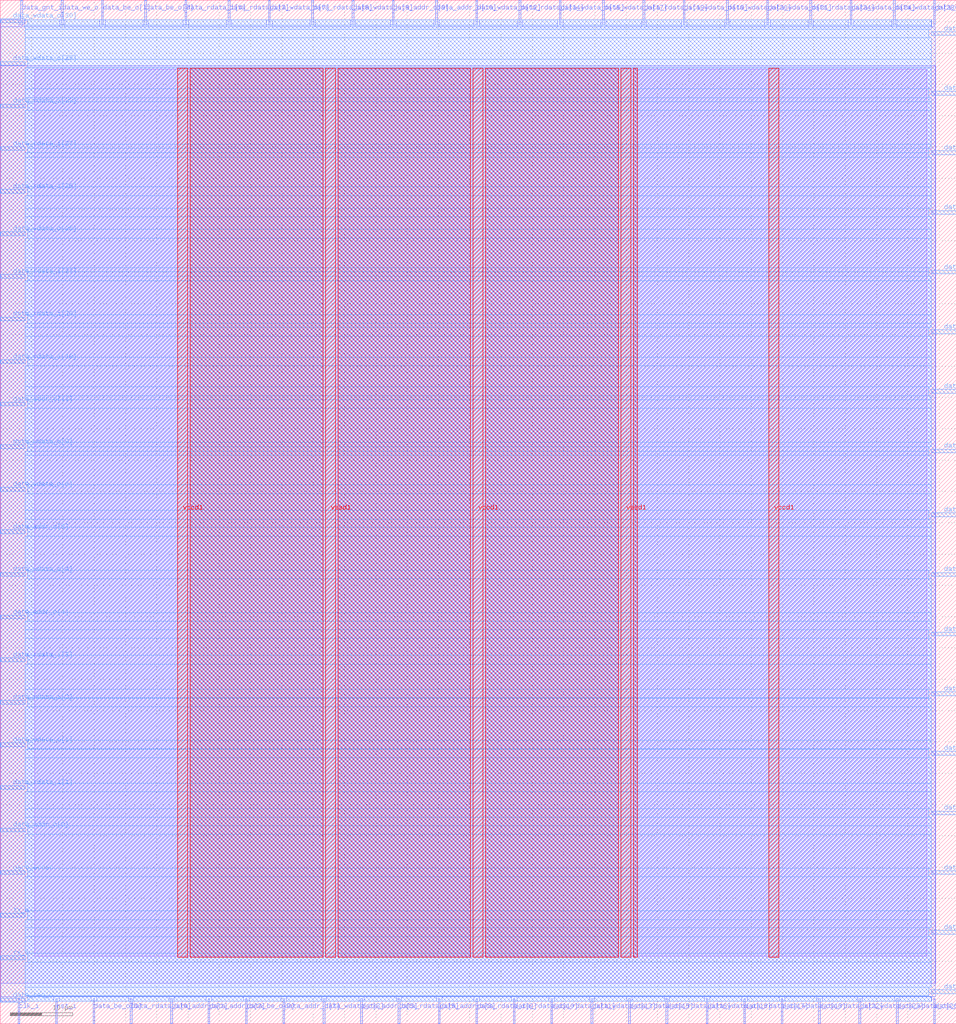
<source format=lef>
VERSION 5.7 ;
  NOWIREEXTENSIONATPIN ON ;
  DIVIDERCHAR "/" ;
  BUSBITCHARS "[]" ;
MACRO uart_to_mem
  CLASS BLOCK ;
  FOREIGN uart_to_mem ;
  ORIGIN 0.000 0.000 ;
  SIZE 152.725 BY 163.445 ;
  PIN clk_i
    DIRECTION INPUT ;
    USE SIGNAL ;
    PORT
      LAYER met2 ;
        RECT 2.850 0.000 3.130 4.000 ;
    END
  END clk_i
  PIN data_addr_o[0]
    DIRECTION OUTPUT TRISTATE ;
    USE SIGNAL ;
    PORT
      LAYER met3 ;
        RECT 0.000 30.640 4.000 31.240 ;
    END
  END data_addr_o[0]
  PIN data_addr_o[10]
    DIRECTION OUTPUT TRISTATE ;
    USE SIGNAL ;
    PORT
      LAYER met2 ;
        RECT 69.550 159.445 69.830 163.445 ;
    END
  END data_addr_o[10]
  PIN data_addr_o[11]
    DIRECTION OUTPUT TRISTATE ;
    USE SIGNAL ;
    PORT
      LAYER met3 ;
        RECT 0.000 98.640 4.000 99.240 ;
    END
  END data_addr_o[11]
  PIN data_addr_o[1]
    DIRECTION OUTPUT TRISTATE ;
    USE SIGNAL ;
    PORT
      LAYER met2 ;
        RECT 27.230 0.000 27.510 4.000 ;
    END
  END data_addr_o[1]
  PIN data_addr_o[2]
    DIRECTION OUTPUT TRISTATE ;
    USE SIGNAL ;
    PORT
      LAYER met2 ;
        RECT 33.210 0.000 33.490 4.000 ;
    END
  END data_addr_o[2]
  PIN data_addr_o[3]
    DIRECTION OUTPUT TRISTATE ;
    USE SIGNAL ;
    PORT
      LAYER met2 ;
        RECT 45.170 0.000 45.450 4.000 ;
    END
  END data_addr_o[3]
  PIN data_addr_o[4]
    DIRECTION OUTPUT TRISTATE ;
    USE SIGNAL ;
    PORT
      LAYER met3 ;
        RECT 0.000 64.640 4.000 65.240 ;
    END
  END data_addr_o[4]
  PIN data_addr_o[5]
    DIRECTION OUTPUT TRISTATE ;
    USE SIGNAL ;
    PORT
      LAYER met2 ;
        RECT 57.590 0.000 57.870 4.000 ;
    END
  END data_addr_o[5]
  PIN data_addr_o[6]
    DIRECTION OUTPUT TRISTATE ;
    USE SIGNAL ;
    PORT
      LAYER met3 ;
        RECT 0.000 78.240 4.000 78.840 ;
    END
  END data_addr_o[6]
  PIN data_addr_o[7]
    DIRECTION OUTPUT TRISTATE ;
    USE SIGNAL ;
    PORT
      LAYER met3 ;
        RECT 148.725 52.400 152.725 53.000 ;
    END
  END data_addr_o[7]
  PIN data_addr_o[8]
    DIRECTION OUTPUT TRISTATE ;
    USE SIGNAL ;
    PORT
      LAYER met2 ;
        RECT 70.010 0.000 70.290 4.000 ;
    END
  END data_addr_o[8]
  PIN data_addr_o[9]
    DIRECTION OUTPUT TRISTATE ;
    USE SIGNAL ;
    PORT
      LAYER met2 ;
        RECT 62.650 159.445 62.930 163.445 ;
    END
  END data_addr_o[9]
  PIN data_be_o[0]
    DIRECTION OUTPUT TRISTATE ;
    USE SIGNAL ;
    PORT
      LAYER met2 ;
        RECT 14.810 0.000 15.090 4.000 ;
    END
  END data_be_o[0]
  PIN data_be_o[1]
    DIRECTION OUTPUT TRISTATE ;
    USE SIGNAL ;
    PORT
      LAYER met2 ;
        RECT 16.190 159.445 16.470 163.445 ;
    END
  END data_be_o[1]
  PIN data_be_o[2]
    DIRECTION OUTPUT TRISTATE ;
    USE SIGNAL ;
    PORT
      LAYER met2 ;
        RECT 39.190 0.000 39.470 4.000 ;
    END
  END data_be_o[2]
  PIN data_be_o[3]
    DIRECTION OUTPUT TRISTATE ;
    USE SIGNAL ;
    PORT
      LAYER met2 ;
        RECT 23.090 159.445 23.370 163.445 ;
    END
  END data_be_o[3]
  PIN data_gnt_i
    DIRECTION INPUT ;
    USE SIGNAL ;
    PORT
      LAYER met2 ;
        RECT 3.310 159.445 3.590 163.445 ;
    END
  END data_gnt_i
  PIN data_rdata_i[0]
    DIRECTION INPUT ;
    USE SIGNAL ;
    PORT
      LAYER met2 ;
        RECT 20.790 0.000 21.070 4.000 ;
    END
  END data_rdata_i[0]
  PIN data_rdata_i[10]
    DIRECTION INPUT ;
    USE SIGNAL ;
    PORT
      LAYER met2 ;
        RECT 81.970 0.000 82.250 4.000 ;
    END
  END data_rdata_i[10]
  PIN data_rdata_i[11]
    DIRECTION INPUT ;
    USE SIGNAL ;
    PORT
      LAYER met2 ;
        RECT 87.950 0.000 88.230 4.000 ;
    END
  END data_rdata_i[11]
  PIN data_rdata_i[12]
    DIRECTION INPUT ;
    USE SIGNAL ;
    PORT
      LAYER met3 ;
        RECT 148.725 80.960 152.725 81.560 ;
    END
  END data_rdata_i[12]
  PIN data_rdata_i[13]
    DIRECTION INPUT ;
    USE SIGNAL ;
    PORT
      LAYER met3 ;
        RECT 148.725 91.160 152.725 91.760 ;
    END
  END data_rdata_i[13]
  PIN data_rdata_i[14]
    DIRECTION INPUT ;
    USE SIGNAL ;
    PORT
      LAYER met2 ;
        RECT 82.890 159.445 83.170 163.445 ;
    END
  END data_rdata_i[14]
  PIN data_rdata_i[15]
    DIRECTION INPUT ;
    USE SIGNAL ;
    PORT
      LAYER met2 ;
        RECT 100.370 0.000 100.650 4.000 ;
    END
  END data_rdata_i[15]
  PIN data_rdata_i[16]
    DIRECTION INPUT ;
    USE SIGNAL ;
    PORT
      LAYER met2 ;
        RECT 106.350 0.000 106.630 4.000 ;
    END
  END data_rdata_i[16]
  PIN data_rdata_i[17]
    DIRECTION INPUT ;
    USE SIGNAL ;
    PORT
      LAYER met2 ;
        RECT 118.770 0.000 119.050 4.000 ;
    END
  END data_rdata_i[17]
  PIN data_rdata_i[18]
    DIRECTION INPUT ;
    USE SIGNAL ;
    PORT
      LAYER met3 ;
        RECT 0.000 105.440 4.000 106.040 ;
    END
  END data_rdata_i[18]
  PIN data_rdata_i[19]
    DIRECTION INPUT ;
    USE SIGNAL ;
    PORT
      LAYER met2 ;
        RECT 102.670 159.445 102.950 163.445 ;
    END
  END data_rdata_i[19]
  PIN data_rdata_i[1]
    DIRECTION INPUT ;
    USE SIGNAL ;
    PORT
      LAYER met3 ;
        RECT 0.000 37.440 4.000 38.040 ;
    END
  END data_rdata_i[1]
  PIN data_rdata_i[20]
    DIRECTION INPUT ;
    USE SIGNAL ;
    PORT
      LAYER met3 ;
        RECT 0.000 112.240 4.000 112.840 ;
    END
  END data_rdata_i[20]
  PIN data_rdata_i[21]
    DIRECTION INPUT ;
    USE SIGNAL ;
    PORT
      LAYER met3 ;
        RECT 148.725 110.200 152.725 110.800 ;
    END
  END data_rdata_i[21]
  PIN data_rdata_i[22]
    DIRECTION INPUT ;
    USE SIGNAL ;
    PORT
      LAYER met2 ;
        RECT 130.730 0.000 131.010 4.000 ;
    END
  END data_rdata_i[22]
  PIN data_rdata_i[23]
    DIRECTION INPUT ;
    USE SIGNAL ;
    PORT
      LAYER met3 ;
        RECT 0.000 119.040 4.000 119.640 ;
    END
  END data_rdata_i[23]
  PIN data_rdata_i[24]
    DIRECTION INPUT ;
    USE SIGNAL ;
    PORT
      LAYER met2 ;
        RECT 129.350 159.445 129.630 163.445 ;
    END
  END data_rdata_i[24]
  PIN data_rdata_i[25]
    DIRECTION INPUT ;
    USE SIGNAL ;
    PORT
      LAYER met3 ;
        RECT 148.725 129.240 152.725 129.840 ;
    END
  END data_rdata_i[25]
  PIN data_rdata_i[26]
    DIRECTION INPUT ;
    USE SIGNAL ;
    PORT
      LAYER met3 ;
        RECT 0.000 132.640 4.000 133.240 ;
    END
  END data_rdata_i[26]
  PIN data_rdata_i[27]
    DIRECTION INPUT ;
    USE SIGNAL ;
    PORT
      LAYER met3 ;
        RECT 0.000 139.440 4.000 140.040 ;
    END
  END data_rdata_i[27]
  PIN data_rdata_i[28]
    DIRECTION INPUT ;
    USE SIGNAL ;
    PORT
      LAYER met2 ;
        RECT 149.130 0.000 149.410 4.000 ;
    END
  END data_rdata_i[28]
  PIN data_rdata_i[29]
    DIRECTION INPUT ;
    USE SIGNAL ;
    PORT
      LAYER met3 ;
        RECT 0.000 146.240 4.000 146.840 ;
    END
  END data_rdata_i[29]
  PIN data_rdata_i[2]
    DIRECTION INPUT ;
    USE SIGNAL ;
    PORT
      LAYER met3 ;
        RECT 0.000 51.040 4.000 51.640 ;
    END
  END data_rdata_i[2]
  PIN data_rdata_i[30]
    DIRECTION INPUT ;
    USE SIGNAL ;
    PORT
      LAYER met3 ;
        RECT 148.725 148.280 152.725 148.880 ;
    END
  END data_rdata_i[30]
  PIN data_rdata_i[31]
    DIRECTION INPUT ;
    USE SIGNAL ;
    PORT
      LAYER met3 ;
        RECT 148.725 157.800 152.725 158.400 ;
    END
  END data_rdata_i[31]
  PIN data_rdata_i[3]
    DIRECTION INPUT ;
    USE SIGNAL ;
    PORT
      LAYER met3 ;
        RECT 0.000 57.840 4.000 58.440 ;
    END
  END data_rdata_i[3]
  PIN data_rdata_i[4]
    DIRECTION INPUT ;
    USE SIGNAL ;
    PORT
      LAYER met2 ;
        RECT 29.530 159.445 29.810 163.445 ;
    END
  END data_rdata_i[4]
  PIN data_rdata_i[5]
    DIRECTION INPUT ;
    USE SIGNAL ;
    PORT
      LAYER met2 ;
        RECT 63.570 0.000 63.850 4.000 ;
    END
  END data_rdata_i[5]
  PIN data_rdata_i[6]
    DIRECTION INPUT ;
    USE SIGNAL ;
    PORT
      LAYER met3 ;
        RECT 148.725 42.880 152.725 43.480 ;
    END
  END data_rdata_i[6]
  PIN data_rdata_i[7]
    DIRECTION INPUT ;
    USE SIGNAL ;
    PORT
      LAYER met2 ;
        RECT 36.430 159.445 36.710 163.445 ;
    END
  END data_rdata_i[7]
  PIN data_rdata_i[8]
    DIRECTION INPUT ;
    USE SIGNAL ;
    PORT
      LAYER met2 ;
        RECT 49.770 159.445 50.050 163.445 ;
    END
  END data_rdata_i[8]
  PIN data_rdata_i[9]
    DIRECTION INPUT ;
    USE SIGNAL ;
    PORT
      LAYER met2 ;
        RECT 75.990 0.000 76.270 4.000 ;
    END
  END data_rdata_i[9]
  PIN data_req_o
    DIRECTION OUTPUT TRISTATE ;
    USE SIGNAL ;
    PORT
      LAYER met3 ;
        RECT 0.000 3.440 4.000 4.040 ;
    END
  END data_req_o
  PIN data_rvalid_i
    DIRECTION INPUT ;
    USE SIGNAL ;
    PORT
      LAYER met3 ;
        RECT 148.725 4.800 152.725 5.400 ;
    END
  END data_rvalid_i
  PIN data_wdata_o[0]
    DIRECTION OUTPUT TRISTATE ;
    USE SIGNAL ;
    PORT
      LAYER met3 ;
        RECT 148.725 14.320 152.725 14.920 ;
    END
  END data_wdata_o[0]
  PIN data_wdata_o[10]
    DIRECTION OUTPUT TRISTATE ;
    USE SIGNAL ;
    PORT
      LAYER met3 ;
        RECT 148.725 61.920 152.725 62.520 ;
    END
  END data_wdata_o[10]
  PIN data_wdata_o[11]
    DIRECTION OUTPUT TRISTATE ;
    USE SIGNAL ;
    PORT
      LAYER met3 ;
        RECT 148.725 71.440 152.725 72.040 ;
    END
  END data_wdata_o[11]
  PIN data_wdata_o[12]
    DIRECTION OUTPUT TRISTATE ;
    USE SIGNAL ;
    PORT
      LAYER met2 ;
        RECT 75.990 159.445 76.270 163.445 ;
    END
  END data_wdata_o[12]
  PIN data_wdata_o[13]
    DIRECTION OUTPUT TRISTATE ;
    USE SIGNAL ;
    PORT
      LAYER met2 ;
        RECT 94.390 0.000 94.670 4.000 ;
    END
  END data_wdata_o[13]
  PIN data_wdata_o[14]
    DIRECTION OUTPUT TRISTATE ;
    USE SIGNAL ;
    PORT
      LAYER met3 ;
        RECT 148.725 100.680 152.725 101.280 ;
    END
  END data_wdata_o[14]
  PIN data_wdata_o[15]
    DIRECTION OUTPUT TRISTATE ;
    USE SIGNAL ;
    PORT
      LAYER met2 ;
        RECT 89.330 159.445 89.610 163.445 ;
    END
  END data_wdata_o[15]
  PIN data_wdata_o[16]
    DIRECTION OUTPUT TRISTATE ;
    USE SIGNAL ;
    PORT
      LAYER met2 ;
        RECT 112.790 0.000 113.070 4.000 ;
    END
  END data_wdata_o[16]
  PIN data_wdata_o[17]
    DIRECTION OUTPUT TRISTATE ;
    USE SIGNAL ;
    PORT
      LAYER met2 ;
        RECT 96.230 159.445 96.510 163.445 ;
    END
  END data_wdata_o[17]
  PIN data_wdata_o[18]
    DIRECTION OUTPUT TRISTATE ;
    USE SIGNAL ;
    PORT
      LAYER met2 ;
        RECT 124.750 0.000 125.030 4.000 ;
    END
  END data_wdata_o[18]
  PIN data_wdata_o[19]
    DIRECTION OUTPUT TRISTATE ;
    USE SIGNAL ;
    PORT
      LAYER met2 ;
        RECT 109.110 159.445 109.390 163.445 ;
    END
  END data_wdata_o[19]
  PIN data_wdata_o[1]
    DIRECTION OUTPUT TRISTATE ;
    USE SIGNAL ;
    PORT
      LAYER met3 ;
        RECT 0.000 44.240 4.000 44.840 ;
    END
  END data_wdata_o[1]
  PIN data_wdata_o[20]
    DIRECTION OUTPUT TRISTATE ;
    USE SIGNAL ;
    PORT
      LAYER met2 ;
        RECT 116.010 159.445 116.290 163.445 ;
    END
  END data_wdata_o[20]
  PIN data_wdata_o[21]
    DIRECTION OUTPUT TRISTATE ;
    USE SIGNAL ;
    PORT
      LAYER met2 ;
        RECT 122.450 159.445 122.730 163.445 ;
    END
  END data_wdata_o[21]
  PIN data_wdata_o[22]
    DIRECTION OUTPUT TRISTATE ;
    USE SIGNAL ;
    PORT
      LAYER met2 ;
        RECT 137.170 0.000 137.450 4.000 ;
    END
  END data_wdata_o[22]
  PIN data_wdata_o[23]
    DIRECTION OUTPUT TRISTATE ;
    USE SIGNAL ;
    PORT
      LAYER met3 ;
        RECT 148.725 119.720 152.725 120.320 ;
    END
  END data_wdata_o[23]
  PIN data_wdata_o[24]
    DIRECTION OUTPUT TRISTATE ;
    USE SIGNAL ;
    PORT
      LAYER met2 ;
        RECT 135.790 159.445 136.070 163.445 ;
    END
  END data_wdata_o[24]
  PIN data_wdata_o[25]
    DIRECTION OUTPUT TRISTATE ;
    USE SIGNAL ;
    PORT
      LAYER met3 ;
        RECT 0.000 125.840 4.000 126.440 ;
    END
  END data_wdata_o[25]
  PIN data_wdata_o[26]
    DIRECTION OUTPUT TRISTATE ;
    USE SIGNAL ;
    PORT
      LAYER met2 ;
        RECT 143.150 0.000 143.430 4.000 ;
    END
  END data_wdata_o[26]
  PIN data_wdata_o[27]
    DIRECTION OUTPUT TRISTATE ;
    USE SIGNAL ;
    PORT
      LAYER met3 ;
        RECT 148.725 138.760 152.725 139.360 ;
    END
  END data_wdata_o[27]
  PIN data_wdata_o[28]
    DIRECTION OUTPUT TRISTATE ;
    USE SIGNAL ;
    PORT
      LAYER met2 ;
        RECT 142.690 159.445 142.970 163.445 ;
    END
  END data_wdata_o[28]
  PIN data_wdata_o[29]
    DIRECTION OUTPUT TRISTATE ;
    USE SIGNAL ;
    PORT
      LAYER met3 ;
        RECT 0.000 153.040 4.000 153.640 ;
    END
  END data_wdata_o[29]
  PIN data_wdata_o[2]
    DIRECTION OUTPUT TRISTATE ;
    USE SIGNAL ;
    PORT
      LAYER met3 ;
        RECT 148.725 23.840 152.725 24.440 ;
    END
  END data_wdata_o[2]
  PIN data_wdata_o[30]
    DIRECTION OUTPUT TRISTATE ;
    USE SIGNAL ;
    PORT
      LAYER met3 ;
        RECT 0.000 159.840 4.000 160.440 ;
    END
  END data_wdata_o[30]
  PIN data_wdata_o[31]
    DIRECTION OUTPUT TRISTATE ;
    USE SIGNAL ;
    PORT
      LAYER met2 ;
        RECT 149.130 159.445 149.410 163.445 ;
    END
  END data_wdata_o[31]
  PIN data_wdata_o[3]
    DIRECTION OUTPUT TRISTATE ;
    USE SIGNAL ;
    PORT
      LAYER met2 ;
        RECT 51.610 0.000 51.890 4.000 ;
    END
  END data_wdata_o[3]
  PIN data_wdata_o[4]
    DIRECTION OUTPUT TRISTATE ;
    USE SIGNAL ;
    PORT
      LAYER met3 ;
        RECT 0.000 71.440 4.000 72.040 ;
    END
  END data_wdata_o[4]
  PIN data_wdata_o[5]
    DIRECTION OUTPUT TRISTATE ;
    USE SIGNAL ;
    PORT
      LAYER met3 ;
        RECT 148.725 33.360 152.725 33.960 ;
    END
  END data_wdata_o[5]
  PIN data_wdata_o[6]
    DIRECTION OUTPUT TRISTATE ;
    USE SIGNAL ;
    PORT
      LAYER met3 ;
        RECT 0.000 85.040 4.000 85.640 ;
    END
  END data_wdata_o[6]
  PIN data_wdata_o[7]
    DIRECTION OUTPUT TRISTATE ;
    USE SIGNAL ;
    PORT
      LAYER met2 ;
        RECT 42.870 159.445 43.150 163.445 ;
    END
  END data_wdata_o[7]
  PIN data_wdata_o[8]
    DIRECTION OUTPUT TRISTATE ;
    USE SIGNAL ;
    PORT
      LAYER met2 ;
        RECT 56.210 159.445 56.490 163.445 ;
    END
  END data_wdata_o[8]
  PIN data_wdata_o[9]
    DIRECTION OUTPUT TRISTATE ;
    USE SIGNAL ;
    PORT
      LAYER met3 ;
        RECT 0.000 91.840 4.000 92.440 ;
    END
  END data_wdata_o[9]
  PIN data_we_o
    DIRECTION OUTPUT TRISTATE ;
    USE SIGNAL ;
    PORT
      LAYER met2 ;
        RECT 9.750 159.445 10.030 163.445 ;
    END
  END data_we_o
  PIN rst_i
    DIRECTION INPUT ;
    USE SIGNAL ;
    PORT
      LAYER met2 ;
        RECT 8.830 0.000 9.110 4.000 ;
    END
  END rst_i
  PIN rx_i
    DIRECTION INPUT ;
    USE SIGNAL ;
    PORT
      LAYER met3 ;
        RECT 0.000 10.240 4.000 10.840 ;
    END
  END rx_i
  PIN tx_o
    DIRECTION OUTPUT TRISTATE ;
    USE SIGNAL ;
    PORT
      LAYER met3 ;
        RECT 0.000 17.040 4.000 17.640 ;
    END
  END tx_o
  PIN uart_error
    DIRECTION OUTPUT TRISTATE ;
    USE SIGNAL ;
    PORT
      LAYER met3 ;
        RECT 0.000 23.840 4.000 24.440 ;
    END
  END uart_error
  PIN vccd1
    DIRECTION INPUT ;
    USE POWER ;
    PORT
      LAYER met4 ;
        RECT 28.335 10.640 29.935 152.560 ;
    END
    PORT
      LAYER met4 ;
        RECT 75.560 10.640 77.160 152.560 ;
    END
    PORT
      LAYER met4 ;
        RECT 122.785 10.640 124.385 152.560 ;
    END
  END vccd1
  PIN vssd1
    DIRECTION INPUT ;
    USE GROUND ;
    PORT
      LAYER met4 ;
        RECT 51.945 10.640 53.545 152.560 ;
    END
    PORT
      LAYER met4 ;
        RECT 99.170 10.640 100.770 152.560 ;
    END
  END vssd1
  OBS
      LAYER li1 ;
        RECT 5.520 10.795 147.975 152.405 ;
      LAYER met1 ;
        RECT 0.070 6.500 149.430 152.960 ;
      LAYER met2 ;
        RECT 0.100 159.165 3.030 160.325 ;
        RECT 3.870 159.165 9.470 160.325 ;
        RECT 10.310 159.165 15.910 160.325 ;
        RECT 16.750 159.165 22.810 160.325 ;
        RECT 23.650 159.165 29.250 160.325 ;
        RECT 30.090 159.165 36.150 160.325 ;
        RECT 36.990 159.165 42.590 160.325 ;
        RECT 43.430 159.165 49.490 160.325 ;
        RECT 50.330 159.165 55.930 160.325 ;
        RECT 56.770 159.165 62.370 160.325 ;
        RECT 63.210 159.165 69.270 160.325 ;
        RECT 70.110 159.165 75.710 160.325 ;
        RECT 76.550 159.165 82.610 160.325 ;
        RECT 83.450 159.165 89.050 160.325 ;
        RECT 89.890 159.165 95.950 160.325 ;
        RECT 96.790 159.165 102.390 160.325 ;
        RECT 103.230 159.165 108.830 160.325 ;
        RECT 109.670 159.165 115.730 160.325 ;
        RECT 116.570 159.165 122.170 160.325 ;
        RECT 123.010 159.165 129.070 160.325 ;
        RECT 129.910 159.165 135.510 160.325 ;
        RECT 136.350 159.165 142.410 160.325 ;
        RECT 143.250 159.165 148.850 160.325 ;
        RECT 0.100 4.280 149.400 159.165 ;
        RECT 0.100 3.555 2.570 4.280 ;
        RECT 3.410 3.555 8.550 4.280 ;
        RECT 9.390 3.555 14.530 4.280 ;
        RECT 15.370 3.555 20.510 4.280 ;
        RECT 21.350 3.555 26.950 4.280 ;
        RECT 27.790 3.555 32.930 4.280 ;
        RECT 33.770 3.555 38.910 4.280 ;
        RECT 39.750 3.555 44.890 4.280 ;
        RECT 45.730 3.555 51.330 4.280 ;
        RECT 52.170 3.555 57.310 4.280 ;
        RECT 58.150 3.555 63.290 4.280 ;
        RECT 64.130 3.555 69.730 4.280 ;
        RECT 70.570 3.555 75.710 4.280 ;
        RECT 76.550 3.555 81.690 4.280 ;
        RECT 82.530 3.555 87.670 4.280 ;
        RECT 88.510 3.555 94.110 4.280 ;
        RECT 94.950 3.555 100.090 4.280 ;
        RECT 100.930 3.555 106.070 4.280 ;
        RECT 106.910 3.555 112.510 4.280 ;
        RECT 113.350 3.555 118.490 4.280 ;
        RECT 119.330 3.555 124.470 4.280 ;
        RECT 125.310 3.555 130.450 4.280 ;
        RECT 131.290 3.555 136.890 4.280 ;
        RECT 137.730 3.555 142.870 4.280 ;
        RECT 143.710 3.555 148.850 4.280 ;
      LAYER met3 ;
        RECT 4.400 159.440 148.725 160.305 ;
        RECT 4.000 158.800 148.725 159.440 ;
        RECT 4.000 157.400 148.325 158.800 ;
        RECT 4.000 154.040 148.725 157.400 ;
        RECT 4.400 152.640 148.725 154.040 ;
        RECT 4.000 149.280 148.725 152.640 ;
        RECT 4.000 147.880 148.325 149.280 ;
        RECT 4.000 147.240 148.725 147.880 ;
        RECT 4.400 145.840 148.725 147.240 ;
        RECT 4.000 140.440 148.725 145.840 ;
        RECT 4.400 139.760 148.725 140.440 ;
        RECT 4.400 139.040 148.325 139.760 ;
        RECT 4.000 138.360 148.325 139.040 ;
        RECT 4.000 133.640 148.725 138.360 ;
        RECT 4.400 132.240 148.725 133.640 ;
        RECT 4.000 130.240 148.725 132.240 ;
        RECT 4.000 128.840 148.325 130.240 ;
        RECT 4.000 126.840 148.725 128.840 ;
        RECT 4.400 125.440 148.725 126.840 ;
        RECT 4.000 120.720 148.725 125.440 ;
        RECT 4.000 120.040 148.325 120.720 ;
        RECT 4.400 119.320 148.325 120.040 ;
        RECT 4.400 118.640 148.725 119.320 ;
        RECT 4.000 113.240 148.725 118.640 ;
        RECT 4.400 111.840 148.725 113.240 ;
        RECT 4.000 111.200 148.725 111.840 ;
        RECT 4.000 109.800 148.325 111.200 ;
        RECT 4.000 106.440 148.725 109.800 ;
        RECT 4.400 105.040 148.725 106.440 ;
        RECT 4.000 101.680 148.725 105.040 ;
        RECT 4.000 100.280 148.325 101.680 ;
        RECT 4.000 99.640 148.725 100.280 ;
        RECT 4.400 98.240 148.725 99.640 ;
        RECT 4.000 92.840 148.725 98.240 ;
        RECT 4.400 92.160 148.725 92.840 ;
        RECT 4.400 91.440 148.325 92.160 ;
        RECT 4.000 90.760 148.325 91.440 ;
        RECT 4.000 86.040 148.725 90.760 ;
        RECT 4.400 84.640 148.725 86.040 ;
        RECT 4.000 81.960 148.725 84.640 ;
        RECT 4.000 80.560 148.325 81.960 ;
        RECT 4.000 79.240 148.725 80.560 ;
        RECT 4.400 77.840 148.725 79.240 ;
        RECT 4.000 72.440 148.725 77.840 ;
        RECT 4.400 71.040 148.325 72.440 ;
        RECT 4.000 65.640 148.725 71.040 ;
        RECT 4.400 64.240 148.725 65.640 ;
        RECT 4.000 62.920 148.725 64.240 ;
        RECT 4.000 61.520 148.325 62.920 ;
        RECT 4.000 58.840 148.725 61.520 ;
        RECT 4.400 57.440 148.725 58.840 ;
        RECT 4.000 53.400 148.725 57.440 ;
        RECT 4.000 52.040 148.325 53.400 ;
        RECT 4.400 52.000 148.325 52.040 ;
        RECT 4.400 50.640 148.725 52.000 ;
        RECT 4.000 45.240 148.725 50.640 ;
        RECT 4.400 43.880 148.725 45.240 ;
        RECT 4.400 43.840 148.325 43.880 ;
        RECT 4.000 42.480 148.325 43.840 ;
        RECT 4.000 38.440 148.725 42.480 ;
        RECT 4.400 37.040 148.725 38.440 ;
        RECT 4.000 34.360 148.725 37.040 ;
        RECT 4.000 32.960 148.325 34.360 ;
        RECT 4.000 31.640 148.725 32.960 ;
        RECT 4.400 30.240 148.725 31.640 ;
        RECT 4.000 24.840 148.725 30.240 ;
        RECT 4.400 23.440 148.325 24.840 ;
        RECT 4.000 18.040 148.725 23.440 ;
        RECT 4.400 16.640 148.725 18.040 ;
        RECT 4.000 15.320 148.725 16.640 ;
        RECT 4.000 13.920 148.325 15.320 ;
        RECT 4.000 11.240 148.725 13.920 ;
        RECT 4.400 9.840 148.725 11.240 ;
        RECT 4.000 5.800 148.725 9.840 ;
        RECT 4.000 4.440 148.325 5.800 ;
        RECT 4.400 4.400 148.325 4.440 ;
        RECT 4.400 3.575 148.725 4.400 ;
      LAYER met4 ;
        RECT 30.335 10.640 51.545 152.560 ;
        RECT 53.945 10.640 75.160 152.560 ;
        RECT 77.560 10.640 98.770 152.560 ;
        RECT 101.170 10.640 101.825 152.560 ;
  END
END uart_to_mem
END LIBRARY


</source>
